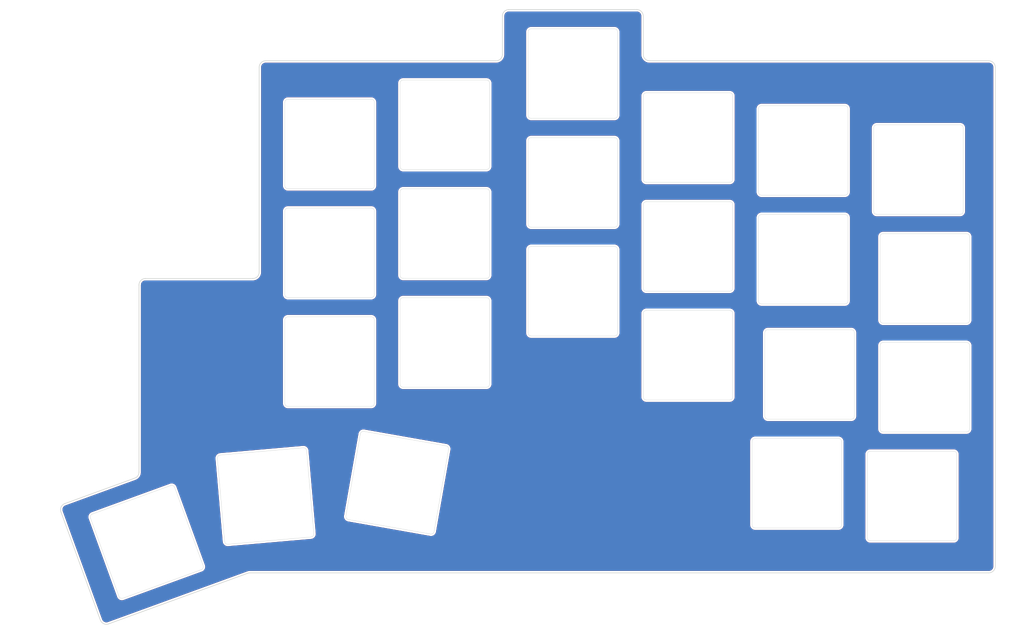
<source format=kicad_pcb>
(kicad_pcb (version 20221018) (generator pcbnew)
  (layers (0 "F.Cu" signal) (31 "B.Cu" signal) (34 "B.Paste" user) (35 "F.Paste" user) (36 "B.SilkS" user "B.Silkscreen") (37 "F.SilkS" user "F.Silkscreen") (38 "B.Mask" user) (39 "F.Mask" user) (44 "Edge.Cuts" user))
  (net 0 "")
  (footprint "Plate:Switch" (layer "F.Cu") (at 52.936727 124.661928 20)
    (fp_text reference "SW41")
    (fp_text value "~" hide)
    (fp_line (start -7 6.5) (end -7 -6.5) (stroke (width 0.05)) (layer "Edge.Cuts"))
    (fp_line (start -6.5 -7) (end 6.5 -7) (stroke (width 0.05)) (layer "Edge.Cuts"))
    (fp_line (start 6.5 7) (end -6.5 7) (stroke (width 0.05)) (layer "Edge.Cuts"))
    (fp_line (start 7 -6.5) (end 7 6.5) (stroke (width 0.05)) (layer "Edge.Cuts"))
    (fp_arc (start -7 -6.5) (mid -6.853553 -6.853553) (end -6.5 -7) (stroke (width 0.05)) (layer "Edge.Cuts"))
    (fp_arc (start -6.5 7) (mid -6.853553 6.853553) (end -7 6.5) (stroke (width 0.05)) (layer "Edge.Cuts"))
    (fp_arc (start 6.5 -7) (mid 6.853553 -6.853553) (end 7 -6.5) (stroke (width 0.05)) (layer "Edge.Cuts"))
    (fp_arc (start 7 6.5) (mid 6.853553 6.853553) (end 6.5 7) (stroke (width 0.05)) (layer "Edge.Cuts"))
  )
  (footprint "Plate:SwitchUp" (layer "F.Cu") (at 174.5 101.5)
    (fp_text reference "SW36")
    (fp_text value "~" hide)
    (fp_line (start -7 5.5) (end -7 -7.5) (stroke (width 0.05)) (layer "Edge.Cuts"))
    (fp_line (start -6.5 -8) (end 6.5 -8) (stroke (width 0.05)) (layer "Edge.Cuts"))
    (fp_line (start 6.5 6) (end -6.5 6) (stroke (width 0.05)) (layer "Edge.Cuts"))
    (fp_line (start 7 -7.5) (end 7 5.5) (stroke (width 0.05)) (layer "Edge.Cuts"))
    (fp_arc (start -7 -7.5) (mid -6.853553 -7.853553) (end -6.5 -8) (stroke (width 0.05)) (layer "Edge.Cuts"))
    (fp_arc (start -6.5 6) (mid -6.853553 5.853553) (end -7 5.5) (stroke (width 0.05)) (layer "Edge.Cuts"))
    (fp_arc (start 6.5 -8) (mid 6.853553 -7.853553) (end 7 -7.5) (stroke (width 0.05)) (layer "Edge.Cuts"))
    (fp_arc (start 7 5.5) (mid 6.853553 5.853553) (end 6.5 6) (stroke (width 0.05)) (layer "Edge.Cuts"))
  )
  (footprint "Plate:Switch" (layer "F.Cu") (at 92.0668 115.420798 -10)
    (fp_text reference "SW43")
    (fp_text value "~" hide)
    (fp_line (start -7 6.5) (end -7 -6.5) (stroke (width 0.05)) (layer "Edge.Cuts"))
    (fp_line (start -6.5 -7) (end 6.5 -7) (stroke (width 0.05)) (layer "Edge.Cuts"))
    (fp_line (start 6.5 7) (end -6.5 7) (stroke (width 0.05)) (layer "Edge.Cuts"))
    (fp_line (start 7 -6.5) (end 7 6.5) (stroke (width 0.05)) (layer "Edge.Cuts"))
    (fp_arc (start -7 -6.5) (mid -6.853553 -6.853553) (end -6.5 -7) (stroke (width 0.05)) (layer "Edge.Cuts"))
    (fp_arc (start -6.5 7) (mid -6.853553 6.853553) (end -7 6.5) (stroke (width 0.05)) (layer "Edge.Cuts"))
    (fp_arc (start 6.5 -7) (mid 6.853553 -6.853553) (end 7 -6.5) (stroke (width 0.05)) (layer "Edge.Cuts"))
    (fp_arc (start 7 6.5) (mid 6.853553 6.853553) (end 6.5 7) (stroke (width 0.05)) (layer "Edge.Cuts"))
  )
  (footprint "Plate:Switch" (layer "F.Cu") (at 81.5 79.5)
    (fp_text reference "SW21")
    (fp_text value "~" hide)
    (fp_line (start -7 6.5) (end -7 -6.5) (stroke (width 0.05)) (layer "Edge.Cuts"))
    (fp_line (start -6.5 -7) (end 6.5 -7) (stroke (width 0.05)) (layer "Edge.Cuts"))
    (fp_line (start 6.5 7) (end -6.5 7) (stroke (width 0.05)) (layer "Edge.Cuts"))
    (fp_line (start 7 -6.5) (end 7 6.5) (stroke (width 0.05)) (layer "Edge.Cuts"))
    (fp_arc (start -7 -6.5) (mid -6.853553 -6.853553) (end -6.5 -7) (stroke (width 0.05)) (layer "Edge.Cuts"))
    (fp_arc (start -6.5 7) (mid -6.853553 6.853553) (end -7 6.5) (stroke (width 0.05)) (layer "Edge.Cuts"))
    (fp_arc (start 6.5 -7) (mid 6.853553 -6.853553) (end 7 -6.5) (stroke (width 0.05)) (layer "Edge.Cuts"))
    (fp_arc (start 7 6.5) (mid 6.853553 6.853553) (end 6.5 7) (stroke (width 0.05)) (layer "Edge.Cuts"))
  )
  (footprint "Plate:SwitchUp" (layer "F.Cu") (at 173.5 67.5)
    (fp_text reference "SW16")
    (fp_text value "~" hide)
    (fp_line (start -7 5.5) (end -7 -7.5) (stroke (width 0.05)) (layer "Edge.Cuts"))
    (fp_line (start -6.5 -8) (end 6.5 -8) (stroke (width 0.05)) (layer "Edge.Cuts"))
    (fp_line (start 6.5 6) (end -6.5 6) (stroke (width 0.05)) (layer "Edge.Cuts"))
    (fp_line (start 7 -7.5) (end 7 5.5) (stroke (width 0.05)) (layer "Edge.Cuts"))
    (fp_arc (start -7 -7.5) (mid -6.853553 -7.853553) (end -6.5 -8) (stroke (width 0.05)) (layer "Edge.Cuts"))
    (fp_arc (start -6.5 6) (mid -6.853553 5.853553) (end -7 5.5) (stroke (width 0.05)) (layer "Edge.Cuts"))
    (fp_arc (start 6.5 -8) (mid 6.853553 -7.853553) (end 7 -7.5) (stroke (width 0.05)) (layer "Edge.Cuts"))
    (fp_arc (start 7 5.5) (mid 6.853553 5.853553) (end 6.5 6) (stroke (width 0.05)) (layer "Edge.Cuts"))
  )
  (footprint "Plate:SwitchUp" (layer "F.Cu") (at 174.5 84.5)
    (fp_text reference "SW26")
    (fp_text value "~" hide)
    (fp_line (start -7 5.5) (end -7 -7.5) (stroke (width 0.05)) (layer "Edge.Cuts"))
    (fp_line (start -6.5 -8) (end 6.5 -8) (stroke (width 0.05)) (layer "Edge.Cuts"))
    (fp_line (start 6.5 6) (end -6.5 6) (stroke (width 0.05)) (layer "Edge.Cuts"))
    (fp_line (start 7 -7.5) (end 7 5.5) (stroke (width 0.05)) (layer "Edge.Cuts"))
    (fp_arc (start -7 -7.5) (mid -6.853553 -7.853553) (end -6.5 -8) (stroke (width 0.05)) (layer "Edge.Cuts"))
    (fp_arc (start -6.5 6) (mid -6.853553 5.853553) (end -7 5.5) (stroke (width 0.05)) (layer "Edge.Cuts"))
    (fp_arc (start 6.5 -8) (mid 6.853553 -7.853553) (end 7 -7.5) (stroke (width 0.05)) (layer "Edge.Cuts"))
    (fp_arc (start 7 5.5) (mid 6.853553 5.853553) (end 6.5 6) (stroke (width 0.05)) (layer "Edge.Cuts"))
  )
  (footprint "Plate:Switch" (layer "F.Cu") (at 137.5 61.5)
    (fp_text reference "SW14")
    (fp_text value "~" hide)
    (fp_line (start -7 6.5) (end -7 -6.5) (stroke (width 0.05)) (layer "Edge.Cuts"))
    (fp_line (start -6.5 -7) (end 6.5 -7) (stroke (width 0.05)) (layer "Edge.Cuts"))
    (fp_line (start 6.5 7) (end -6.5 7) (stroke (width 0.05)) (layer "Edge.Cuts"))
    (fp_line (start 7 -6.5) (end 7 6.5) (stroke (width 0.05)) (layer "Edge.Cuts"))
    (fp_arc (start -7 -6.5) (mid -6.853553 -6.853553) (end -6.5 -7) (stroke (width 0.05)) (layer "Edge.Cuts"))
    (fp_arc (start -6.5 7) (mid -6.853553 6.853553) (end -7 6.5) (stroke (width 0.05)) (layer "Edge.Cuts"))
    (fp_arc (start 6.5 -7) (mid 6.853553 -6.853553) (end 7 -6.5) (stroke (width 0.05)) (layer "Edge.Cuts"))
    (fp_arc (start 7 6.5) (mid 6.853553 6.853553) (end 6.5 7) (stroke (width 0.05)) (layer "Edge.Cuts"))
  )
  (footprint "Plate:Switch" (layer "F.Cu") (at 119.5 85.5)
    (fp_text reference "SW33")
    (fp_text value "~" hide)
    (fp_line (start -7 6.5) (end -7 -6.5) (stroke (width 0.05)) (layer "Edge.Cuts"))
    (fp_line (start -6.5 -7) (end 6.5 -7) (stroke (width 0.05)) (layer "Edge.Cuts"))
    (fp_line (start 6.5 7) (end -6.5 7) (stroke (width 0.05)) (layer "Edge.Cuts"))
    (fp_line (start 7 -6.5) (end 7 6.5) (stroke (width 0.05)) (layer "Edge.Cuts"))
    (fp_arc (start -7 -6.5) (mid -6.853553 -6.853553) (end -6.5 -7) (stroke (width 0.05)) (layer "Edge.Cuts"))
    (fp_arc (start -6.5 7) (mid -6.853553 6.853553) (end -7 6.5) (stroke (width 0.05)) (layer "Edge.Cuts"))
    (fp_arc (start 6.5 -7) (mid 6.853553 -6.853553) (end 7 -6.5) (stroke (width 0.05)) (layer "Edge.Cuts"))
    (fp_arc (start 7 6.5) (mid 6.853553 6.853553) (end 6.5 7) (stroke (width 0.05)) (layer "Edge.Cuts"))
  )
  (footprint "Plate:Switch" (layer "F.Cu") (at 137.5 95.5)
    (fp_text reference "SW34")
    (fp_text value "~" hide)
    (fp_line (start -7 6.5) (end -7 -6.5) (stroke (width 0.05)) (layer "Edge.Cuts"))
    (fp_line (start -6.5 -7) (end 6.5 -7) (stroke (width 0.05)) (layer "Edge.Cuts"))
    (fp_line (start 6.5 7) (end -6.5 7) (stroke (width 0.05)) (layer "Edge.Cuts"))
    (fp_line (start 7 -6.5) (end 7 6.5) (stroke (width 0.05)) (layer "Edge.Cuts"))
    (fp_arc (start -7 -6.5) (mid -6.853553 -6.853553) (end -6.5 -7) (stroke (width 0.05)) (layer "Edge.Cuts"))
    (fp_arc (start -6.5 7) (mid -6.853553 6.853553) (end -7 6.5) (stroke (width 0.05)) (layer "Edge.Cuts"))
    (fp_arc (start 6.5 -7) (mid 6.853553 -6.853553) (end 7 -6.5) (stroke (width 0.05)) (layer "Edge.Cuts"))
    (fp_arc (start 7 6.5) (mid 6.853553 6.853553) (end 6.5 7) (stroke (width 0.05)) (layer "Edge.Cuts"))
  )
  (footprint "Plate:SwitchUp" (layer "F.Cu") (at 154.5 116.5)
    (fp_text reference "SW45")
    (fp_text value "~" hide)
    (fp_line (start -7 5.5) (end -7 -7.5) (stroke (width 0.05)) (layer "Edge.Cuts"))
    (fp_line (start -6.5 -8) (end 6.5 -8) (stroke (width 0.05)) (layer "Edge.Cuts"))
    (fp_line (start 6.5 6) (end -6.5 6) (stroke (width 0.05)) (layer "Edge.Cuts"))
    (fp_line (start 7 -7.5) (end 7 5.5) (stroke (width 0.05)) (layer "Edge.Cuts"))
    (fp_arc (start -7 -7.5) (mid -6.853553 -7.853553) (end -6.5 -8) (stroke (width 0.05)) (layer "Edge.Cuts"))
    (fp_arc (start -6.5 6) (mid -6.853553 5.853553) (end -7 5.5) (stroke (width 0.05)) (layer "Edge.Cuts"))
    (fp_arc (start 6.5 -8) (mid 6.853553 -7.853553) (end 7 -7.5) (stroke (width 0.05)) (layer "Edge.Cuts"))
    (fp_arc (start 7 5.5) (mid 6.853553 5.853553) (end 6.5 6) (stroke (width 0.05)) (layer "Edge.Cuts"))
  )
  (footprint "Plate:Switch" (layer "F.Cu") (at 99.5 93.5)
    (fp_text reference "SW32")
    (fp_text value "~" hide)
    (fp_line (start -7 6.5) (end -7 -6.5) (stroke (width 0.05)) (layer "Edge.Cuts"))
    (fp_line (start -6.5 -7) (end 6.5 -7) (stroke (width 0.05)) (layer "Edge.Cuts"))
    (fp_line (start 6.5 7) (end -6.5 7) (stroke (width 0.05)) (layer "Edge.Cuts"))
    (fp_line (start 7 -6.5) (end 7 6.5) (stroke (width 0.05)) (layer "Edge.Cuts"))
    (fp_arc (start -7 -6.5) (mid -6.853553 -6.853553) (end -6.5 -7) (stroke (width 0.05)) (layer "Edge.Cuts"))
    (fp_arc (start -6.5 7) (mid -6.853553 6.853553) (end -7 6.5) (stroke (width 0.05)) (layer "Edge.Cuts"))
    (fp_arc (start 6.5 -7) (mid 6.853553 -6.853553) (end 7 -6.5) (stroke (width 0.05)) (layer "Edge.Cuts"))
    (fp_arc (start 7 6.5) (mid 6.853553 6.853553) (end 6.5 7) (stroke (width 0.05)) (layer "Edge.Cuts"))
  )
  (footprint "Plate:Switch" (layer "F.Cu") (at 119.5 68.5)
    (fp_text reference "SW23")
    (fp_text value "~" hide)
    (fp_line (start -7 6.5) (end -7 -6.5) (stroke (width 0.05)) (layer "Edge.Cuts"))
    (fp_line (start -6.5 -7) (end 6.5 -7) (stroke (width 0.05)) (layer "Edge.Cuts"))
    (fp_line (start 6.5 7) (end -6.5 7) (stroke (width 0.05)) (layer "Edge.Cuts"))
    (fp_line (start 7 -6.5) (end 7 6.5) (stroke (width 0.05)) (layer "Edge.Cuts"))
    (fp_arc (start -7 -6.5) (mid -6.853553 -6.853553) (end -6.5 -7) (stroke (width 0.05)) (layer "Edge.Cuts"))
    (fp_arc (start -6.5 7) (mid -6.853553 6.853553) (end -7 6.5) (stroke (width 0.05)) (layer "Edge.Cuts"))
    (fp_arc (start 6.5 -7) (mid 6.853553 -6.853553) (end 7 -6.5) (stroke (width 0.05)) (layer "Edge.Cuts"))
    (fp_arc (start 7 6.5) (mid 6.853553 6.853553) (end 6.5 7) (stroke (width 0.05)) (layer "Edge.Cuts"))
  )
  (footprint "Plate:Switch" (layer "F.Cu") (at 119.5 51.5)
    (fp_text reference "SW13")
    (fp_text value "~" hide)
    (fp_line (start -7 6.5) (end -7 -6.5) (stroke (width 0.05)) (layer "Edge.Cuts"))
    (fp_line (start -6.5 -7) (end 6.5 -7) (stroke (width 0.05)) (layer "Edge.Cuts"))
    (fp_line (start 6.5 7) (end -6.5 7) (stroke (width 0.05)) (layer "Edge.Cuts"))
    (fp_line (start 7 -6.5) (end 7 6.5) (stroke (width 0.05)) (layer "Edge.Cuts"))
    (fp_arc (start -7 -6.5) (mid -6.853553 -6.853553) (end -6.5 -7) (stroke (width 0.05)) (layer "Edge.Cuts"))
    (fp_arc (start -6.5 7) (mid -6.853553 6.853553) (end -7 6.5) (stroke (width 0.05)) (layer "Edge.Cuts"))
    (fp_arc (start 6.5 -7) (mid 6.853553 -6.853553) (end 7 -6.5) (stroke (width 0.05)) (layer "Edge.Cuts"))
    (fp_arc (start 7 6.5) (mid 6.853553 6.853553) (end 6.5 7) (stroke (width 0.05)) (layer "Edge.Cuts"))
  )
  (footprint "Plate:Switch" (layer "F.Cu") (at 71.5 117.5 5)
    (fp_text reference "SW42")
    (fp_text value "~" hide)
    (fp_line (start -7 6.5) (end -7 -6.5) (stroke (width 0.05)) (layer "Edge.Cuts"))
    (fp_line (start -6.5 -7) (end 6.5 -7) (stroke (width 0.05)) (layer "Edge.Cuts"))
    (fp_line (start 6.5 7) (end -6.5 7) (stroke (width 0.05)) (layer "Edge.Cuts"))
    (fp_line (start 7 -6.5) (end 7 6.5) (stroke (width 0.05)) (layer "Edge.Cuts"))
    (fp_arc (start -7 -6.5) (mid -6.853553 -6.853553) (end -6.5 -7) (stroke (width 0.05)) (layer "Edge.Cuts"))
    (fp_arc (start -6.5 7) (mid -6.853553 6.853553) (end -7 6.5) (stroke (width 0.05)) (layer "Edge.Cuts"))
    (fp_arc (start 6.5 -7) (mid 6.853553 -6.853553) (end 7 -6.5) (stroke (width 0.05)) (layer "Edge.Cuts"))
    (fp_arc (start 7 6.5) (mid 6.853553 6.853553) (end 6.5 7) (stroke (width 0.05)) (layer "Edge.Cuts"))
  )
  (footprint "Plate:Switch" (layer "F.Cu") (at 99.5 76.5)
    (fp_text reference "SW22")
    (fp_text value "~" hide)
    (fp_line (start -7 6.5) (end -7 -6.5) (stroke (width 0.05)) (layer "Edge.Cuts"))
    (fp_line (start -6.5 -7) (end 6.5 -7) (stroke (width 0.05)) (layer "Edge.Cuts"))
    (fp_line (start 6.5 7) (end -6.5 7) (stroke (width 0.05)) (layer "Edge.Cuts"))
    (fp_line (start 7 -6.5) (end 7 6.5) (stroke (width 0.05)) (layer "Edge.Cuts"))
    (fp_arc (start -7 -6.5) (mid -6.853553 -6.853553) (end -6.5 -7) (stroke (width 0.05)) (layer "Edge.Cuts"))
    (fp_arc (start -6.5 7) (mid -6.853553 6.853553) (end -7 6.5) (stroke (width 0.05)) (layer "Edge.Cuts"))
    (fp_arc (start 6.5 -7) (mid 6.853553 -6.853553) (end 7 -6.5) (stroke (width 0.05)) (layer "Edge.Cuts"))
    (fp_arc (start 7 6.5) (mid 6.853553 6.853553) (end 6.5 7) (stroke (width 0.05)) (layer "Edge.Cuts"))
  )
  (footprint "Plate:Switch" (layer "F.Cu") (at 155.5 63.5)
    (fp_text reference "SW15")
    (fp_text value "~" hide)
    (fp_line (start -7 6.5) (end -7 -6.5) (stroke (width 0.05)) (layer "Edge.Cuts"))
    (fp_line (start -6.5 -7) (end 6.5 -7) (stroke (width 0.05)) (layer "Edge.Cuts"))
    (fp_line (start 6.5 7) (end -6.5 7) (stroke (width 0.05)) (layer "Edge.Cuts"))
    (fp_line (start 7 -6.5) (end 7 6.5) (stroke (width 0.05)) (layer "Edge.Cuts"))
    (fp_arc (start -7 -6.5) (mid -6.853553 -6.853553) (end -6.5 -7) (stroke (width 0.05)) (layer "Edge.Cuts"))
    (fp_arc (start -6.5 7) (mid -6.853553 6.853553) (end -7 6.5) (stroke (width 0.05)) (layer "Edge.Cuts"))
    (fp_arc (start 6.5 -7) (mid 6.853553 -6.853553) (end 7 -6.5) (stroke (width 0.05)) (layer "Edge.Cuts"))
    (fp_arc (start 7 6.5) (mid 6.853553 6.853553) (end 6.5 7) (stroke (width 0.05)) (layer "Edge.Cuts"))
  )
  (footprint "Plate:Switch" (layer "F.Cu") (at 99.5 59.5)
    (fp_text reference "SW12")
    (fp_text value "~" hide)
    (fp_line (start -7 6.5) (end -7 -6.5) (stroke (width 0.05)) (layer "Edge.Cuts"))
    (fp_line (start -6.5 -7) (end 6.5 -7) (stroke (width 0.05)) (layer "Edge.Cuts"))
    (fp_line (start 6.5 7) (end -6.5 7) (stroke (width 0.05)) (layer "Edge.Cuts"))
    (fp_line (start 7 -6.5) (end 7 6.5) (stroke (width 0.05)) (layer "Edge.Cuts"))
    (fp_arc (start -7 -6.5) (mid -6.853553 -6.853553) (end -6.5 -7) (stroke (width 0.05)) (layer "Edge.Cuts"))
    (fp_arc (start -6.5 7) (mid -6.853553 6.853553) (end -7 6.5) (stroke (width 0.05)) (layer "Edge.Cuts"))
    (fp_arc (start 6.5 -7) (mid 6.853553 -6.853553) (end 7 -6.5) (stroke (width 0.05)) (layer "Edge.Cuts"))
    (fp_arc (start 7 6.5) (mid 6.853553 6.853553) (end 6.5 7) (stroke (width 0.05)) (layer "Edge.Cuts"))
  )
  (footprint "Plate:Switch" (layer "F.Cu") (at 81.5 62.5)
    (fp_text reference "SW11")
    (fp_text value "~" hide)
    (fp_line (start -7 6.5) (end -7 -6.5) (stroke (width 0.05)) (layer "Edge.Cuts"))
    (fp_line (start -6.5 -7) (end 6.5 -7) (stroke (width 0.05)) (layer "Edge.Cuts"))
    (fp_line (start 6.5 7) (end -6.5 7) (stroke (width 0.05)) (layer "Edge.Cuts"))
    (fp_line (start 7 -6.5) (end 7 6.5) (stroke (width 0.05)) (layer "Edge.Cuts"))
    (fp_arc (start -7 -6.5) (mid -6.853553 -6.853553) (end -6.5 -7) (stroke (width 0.05)) (layer "Edge.Cuts"))
    (fp_arc (start -6.5 7) (mid -6.853553 6.853553) (end -7 6.5) (stroke (width 0.05)) (layer "Edge.Cuts"))
    (fp_arc (start 6.5 -7) (mid 6.853553 -6.853553) (end 7 -6.5) (stroke (width 0.05)) (layer "Edge.Cuts"))
    (fp_arc (start 7 6.5) (mid 6.853553 6.853553) (end 6.5 7) (stroke (width 0.05)) (layer "Edge.Cuts"))
  )
  (footprint "Plate:SwitchUp" (layer "F.Cu") (at 156.5 99.5)
    (fp_text reference "SW35")
    (fp_text value "~" hide)
    (fp_line (start -7 5.5) (end -7 -7.5) (stroke (width 0.05)) (layer "Edge.Cuts"))
    (fp_line (start -6.5 -8) (end 6.5 -8) (stroke (width 0.05)) (layer "Edge.Cuts"))
    (fp_line (start 6.5 6) (end -6.5 6) (stroke (width 0.05)) (layer "Edge.Cuts"))
    (fp_line (start 7 -7.5) (end 7 5.5) (stroke (width 0.05)) (layer "Edge.Cuts"))
    (fp_arc (start -7 -7.5) (mid -6.853553 -7.853553) (end -6.5 -8) (stroke (width 0.05)) (layer "Edge.Cuts"))
    (fp_arc (start -6.5 6) (mid -6.853553 5.853553) (end -7 5.5) (stroke (width 0.05)) (layer "Edge.Cuts"))
    (fp_arc (start 6.5 -8) (mid 6.853553 -7.853553) (end 7 -7.5) (stroke (width 0.05)) (layer "Edge.Cuts"))
    (fp_arc (start 7 5.5) (mid 6.853553 5.853553) (end 6.5 6) (stroke (width 0.05)) (layer "Edge.Cuts"))
  )
  (footprint "Plate:SwitchUp" (layer "F.Cu") (at 172.5 118.5)
    (fp_text reference "SW46")
    (fp_text value "~" hide)
    (fp_line (start -7 5.5) (end -7 -7.5) (stroke (width 0.05)) (layer "Edge.Cuts"))
    (fp_line (start -6.5 -8) (end 6.5 -8) (stroke (width 0.05)) (layer "Edge.Cuts"))
    (fp_line (start 6.5 6) (end -6.5 6) (stroke (width 0.05)) (layer "Edge.Cuts"))
    (fp_line (start 7 -7.5) (end 7 5.5) (stroke (width 0.05)) (layer "Edge.Cuts"))
    (fp_arc (start -7 -7.5) (mid -6.853553 -7.853553) (end -6.5 -8) (stroke (width 0.05)) (layer "Edge.Cuts"))
    (fp_arc (start -6.5 6) (mid -6.853553 5.853553) (end -7 5.5) (stroke (width 0.05)) (layer "Edge.Cuts"))
    (fp_arc (start 6.5 -8) (mid 6.853553 -7.853553) (end 7 -7.5) (stroke (width 0.05)) (layer "Edge.Cuts"))
    (fp_arc (start 7 5.5) (mid 6.853553 5.853553) (end 6.5 6) (stroke (width 0.05)) (layer "Edge.Cuts"))
  )
  (footprint "Plate:Switch" (layer "F.Cu") (at 81.5 96.5)
    (fp_text reference "SW31")
    (fp_text value "~" hide)
    (fp_line (start -7 6.5) (end -7 -6.5) (stroke (width 0.05)) (layer "Edge.Cuts"))
    (fp_line (start -6.5 -7) (end 6.5 -7) (stroke (width 0.05)) (layer "Edge.Cuts"))
    (fp_line (start 6.5 7) (end -6.5 7) (stroke (width 0.05)) (layer "Edge.Cuts"))
    (fp_line (start 7 -6.5) (end 7 6.5) (stroke (width 0.05)) (layer "Edge.Cuts"))
    (fp_arc (start -7 -6.5) (mid -6.853553 -6.853553) (end -6.5 -7) (stroke (width 0.05)) (layer "Edge.Cuts"))
    (fp_arc (start -6.5 7) (mid -6.853553 6.853553) (end -7 6.5) (stroke (width 0.05)) (layer "Edge.Cuts"))
    (fp_arc (start 6.5 -7) (mid 6.853553 -6.853553) (end 7 -6.5) (stroke (width 0.05)) (layer "Edge.Cuts"))
    (fp_arc (start 7 6.5) (mid 6.853553 6.853553) (end 6.5 7) (stroke (width 0.05)) (layer "Edge.Cuts"))
  )
  (footprint "Plate:Switch" (layer "F.Cu") (at 137.5 78.5)
    (fp_text reference "SW24")
    (fp_text value "~" hide)
    (fp_line (start -7 6.5) (end -7 -6.5) (stroke (width 0.05)) (layer "Edge.Cuts"))
    (fp_line (start -6.5 -7) (end 6.5 -7) (stroke (width 0.05)) (layer "Edge.Cuts"))
    (fp_line (start 6.5 7) (end -6.5 7) (stroke (width 0.05)) (layer "Edge.Cuts"))
    (fp_line (start 7 -6.5) (end 7 6.5) (stroke (width 0.05)) (layer "Edge.Cuts"))
    (fp_arc (start -7 -6.5) (mid -6.853553 -6.853553) (end -6.5 -7) (stroke (width 0.05)) (layer "Edge.Cuts"))
    (fp_arc (start -6.5 7) (mid -6.853553 6.853553) (end -7 6.5) (stroke (width 0.05)) (layer "Edge.Cuts"))
    (fp_arc (start 6.5 -7) (mid 6.853553 -6.853553) (end 7 -6.5) (stroke (width 0.05)) (layer "Edge.Cuts"))
    (fp_arc (start 7 6.5) (mid 6.853553 6.853553) (end 6.5 7) (stroke (width 0.05)) (layer "Edge.Cuts"))
  )
  (footprint "Plate:Switch" (layer "F.Cu") (at 155.5 80.5)
    (fp_text reference "SW25")
    (fp_text value "~" hide)
    (fp_line (start -7 6.5) (end -7 -6.5) (stroke (width 0.05)) (layer "Edge.Cuts"))
    (fp_line (start -6.5 -7) (end 6.5 -7) (stroke (width 0.05)) (layer "Edge.Cuts"))
    (fp_line (start 6.5 7) (end -6.5 7) (stroke (width 0.05)) (layer "Edge.Cuts"))
    (fp_line (start 7 -6.5) (end 7 6.5) (stroke (width 0.05)) (layer "Edge.Cuts"))
    (fp_arc (start -7 -6.5) (mid -6.853553 -6.853553) (end -6.5 -7) (stroke (width 0.05)) (layer "Edge.Cuts"))
    (fp_arc (start -6.5 7) (mid -6.853553 6.853553) (end -7 6.5) (stroke (width 0.05)) (layer "Edge.Cuts"))
    (fp_arc (start 6.5 -7) (mid 6.853553 -6.853553) (end 7 -6.5) (stroke (width 0.05)) (layer "Edge.Cuts"))
    (fp_arc (start 7 6.5) (mid 6.853553 6.853553) (end 6.5 7) (stroke (width 0.05)) (layer "Edge.Cuts"))
  )
  (gr_arc (start 39.521927 119.966916) (mid 39.555314 119.202282) (end 40.1196 118.685204) (stroke (width 0.1)) (layer "Edge.Cuts"))
  (gr_arc (start 108.5 42.5) (mid 108.792893 41.792893) (end 109.5 41.5) (stroke (width 0.1)) (layer "Edge.Cuts"))
  (gr_arc (start 70.5 50.5) (mid 70.792893 49.792893) (end 71.5 49.5) (stroke (width 0.1)) (layer "Edge.Cuts"))
  (gr_line (start 71.5 49.5) (end 107.5 49.5) (stroke (width 0.1)) (layer "Edge.Cuts"))
  (gr_line (start 130.5 42.5) (end 130.5 48.5) (stroke (width 0.1)) (layer "Edge.Cuts"))
  (gr_line (start 51.72 84.52) (end 51.72 113.762796) (stroke (width 0.1)) (layer "Edge.Cuts"))
  (gr_line (start 108.5 48.5) (end 108.5 42.5) (stroke (width 0.1)) (layer "Edge.Cuts"))
  (gr_line (start 39.521927 119.966916) (end 45.67829 136.881384) (stroke (width 0.1)) (layer "Edge.Cuts"))
  (gr_arc (start 108.5 48.5) (mid 108.207107 49.207107) (end 107.5 49.5) (stroke (width 0.1)) (layer "Edge.Cuts"))
  (gr_arc (start 68.716586 129.560307) (mid 68.884958 129.515193) (end 69.058606 129.5) (stroke (width 0.1)) (layer "Edge.Cuts"))
  (gr_line (start 68.716586 129.560307) (end 46.960002 137.479056) (stroke (width 0.1)) (layer "Edge.Cuts"))
  (gr_arc (start 129.5 41.5) (mid 130.207107 41.792893) (end 130.5 42.5) (stroke (width 0.1)) (layer "Edge.Cuts"))
  (gr_line (start 129.5 41.5) (end 109.5 41.5) (stroke (width 0.1)) (layer "Edge.Cuts"))
  (gr_line (start 51.06202 114.702488) (end 40.1196 118.685204) (stroke (width 0.1)) (layer "Edge.Cuts"))
  (gr_line (start 70.5 82.52) (end 70.5 50.5) (stroke (width 0.1)) (layer "Edge.Cuts"))
  (gr_arc (start 51.72 84.52) (mid 52.012893 83.812893) (end 52.72 83.52) (stroke (width 0.1)) (layer "Edge.Cuts"))
  (gr_arc (start 131.5 49.5) (mid 130.792893 49.207107) (end 130.5 48.5) (stroke (width 0.1)) (layer "Edge.Cuts"))
  (gr_line (start 185.5 50.5) (end 185.5 128.5) (stroke (width 0.1)) (layer "Edge.Cuts"))
  (gr_arc (start 46.960002 137.479056) (mid 46.195379 137.445662) (end 45.67829 136.881384) (stroke (width 0.1)) (layer "Edge.Cuts"))
  (gr_arc (start 70.5 82.52) (mid 70.207107 83.227107) (end 69.5 83.52) (stroke (width 0.1)) (layer "Edge.Cuts"))
  (gr_arc (start 184.5 49.5) (mid 185.207107 49.792893) (end 185.5 50.5) (stroke (width 0.1)) (layer "Edge.Cuts"))
  (gr_line (start 184.5 49.5) (end 131.5 49.5) (stroke (width 0.1)) (layer "Edge.Cuts"))
  (gr_line (start 184.5 129.5) (end 69.058606 129.5) (stroke (width 0.1)) (layer "Edge.Cuts"))
  (gr_arc (start 51.72 113.762796) (mid 51.539154 114.336374) (end 51.06202 114.702488) (stroke (width 0.1)) (layer "Edge.Cuts"))
  (gr_line (start 69.5 83.52) (end 52.72 83.52) (stroke (width 0.1)) (layer "Edge.Cuts"))
  (gr_arc (start 185.5 128.5) (mid 185.207107 129.207107) (end 184.5 129.5) (stroke (width 0.1)) (layer "Edge.Cuts"))
  (zone (net 0) (net_name "") (layers "F&B.Cu") (connect_pads (clearance 0.5)) (min_thickness 0.25) (fill yes (thermal_gap 0.5) (thermal_bridge_width 0.5) (island_removal_mode 1) (island_area_min 10))
    (polygon (pts (xy 190 40) (xy 190 140) (xy 30 140) (xy 30 40)))
  )
)
</source>
